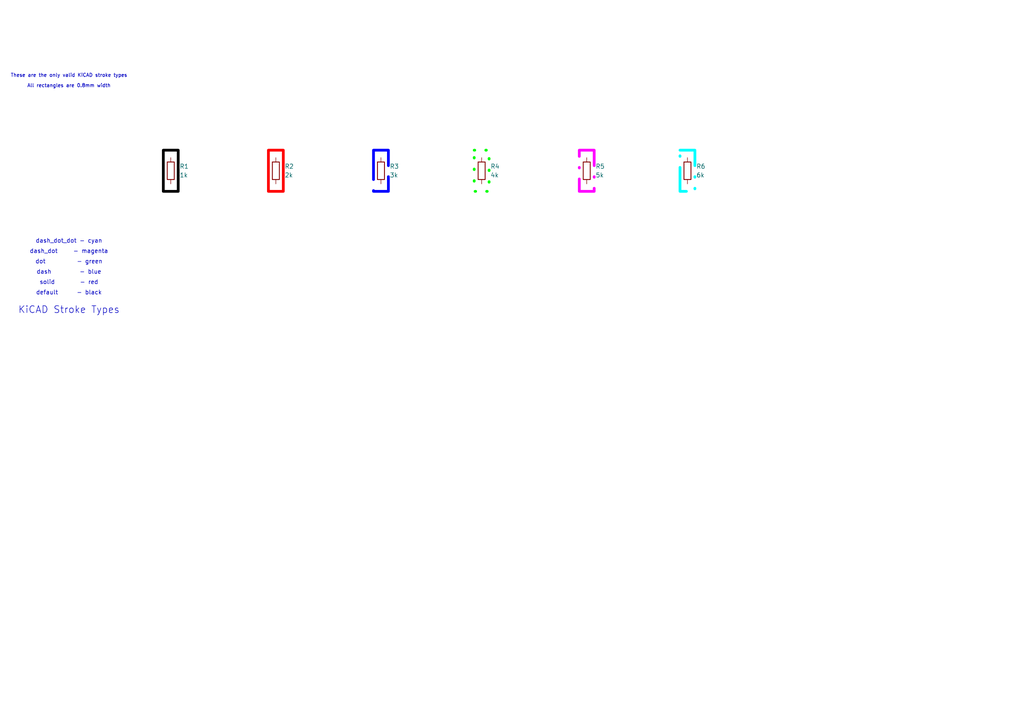
<source format=kicad_sch>
(kicad_sch (version 20250114) (generator "eeschema") (generator_version "9.0")
  (paper "A4")
  (title_block (title "All Stroke Types Test"))
  (lib_symbols
    (symbol "Device:R" (pin_numbers (hide yes)) (pin_names (offset 0))
      (property "Reference" "R" (at 2.032 0 90))
      (property "Value" "R" (at 0 0 90))
      (symbol "R_0_1"
        (rectangle (start -1.016 -2.54) (end 1.016 2.54) (stroke (width 0.254)))
      )
      (symbol "R_1_1"
        (pin passive line (at 0 3.81 270) (length 1.27) (name "~") (number "1"))
        (pin passive line (at 0 -3.81 90) (length 1.27) (name "~") (number "2"))
      )
    )
  )
  (symbol (lib_id "Device:R") (at 49.53 49.53 0) (unit 1)
    (property "Reference" "R1" (at 52.07 48.2599 0) (effects (justify left)))
    (property "Value" "1k" (at 52.07 50.7999 0) (effects (justify left)))
  )
  (symbol (lib_id "Device:R") (at 80.01 49.53 0) (unit 1)
    (property "Reference" "R2" (at 82.55 48.2599 0) (effects (justify left)))
    (property "Value" "2k" (at 82.55 50.7999 0) (effects (justify left)))
  )
  (symbol (lib_id "Device:R") (at 110.49 49.53 0) (unit 1)
    (property "Reference" "R3" (at 113.03 48.2599 0) (effects (justify left)))
    (property "Value" "3k" (at 113.03 50.7999 0) (effects (justify left)))
  )
  (symbol (lib_id "Device:R") (at 139.7 49.53 0) (unit 1)
    (property "Reference" "R4" (at 142.24 48.2599 0) (effects (justify left)))
    (property "Value" "4k" (at 142.24 50.7999 0) (effects (justify left)))
  )
  (symbol (lib_id "Device:R") (at 170.18 49.53 0) (unit 1)
    (property "Reference" "R5" (at 172.72 48.2599 0) (effects (justify left)))
    (property "Value" "5k" (at 172.72 50.7999 0) (effects (justify left)))
  )
  (symbol (lib_id "Device:R") (at 199.39 49.53 0) (unit 1)
    (property "Reference" "R6" (at 201.93 48.2599 0) (effects (justify left)))
    (property "Value" "6k" (at 201.93 50.7999 0) (effects (justify left)))
  )
  (text "KiCAD Stroke Types" (at 20 90 0.0000) (effects (font (size 2 2))))
  (text "default      - black" (at 20 85 0.0000) (effects (font (size 1.2 1.2))))
  (text "solid        - red" (at 20 82 0.0000) (effects (font (size 1.2 1.2))))
  (text "dash         - blue" (at 20 79 0.0000) (effects (font (size 1.2 1.2))))
  (text "dot          - green" (at 20 76 0.0000) (effects (font (size 1.2 1.2))))
  (text "dash_dot     - magenta" (at 20 73 0.0000) (effects (font (size 1.2 1.2))))
  (text "dash_dot_dot - cyan" (at 20 70 0.0000) (effects (font (size 1.2 1.2))))
  (text "All rectangles are 0.8mm width" (at 20 25 0.0000) (effects (font (size 1 1))))
  (text "These are the only valid KiCAD stroke types" (at 20 22 0.0000) (effects (font (size 1 1))))
  (rectangle (start 47.371 43.561) (end 51.689 55.499) (stroke (width 0.8) (color 0 0 0 1)))
  (rectangle (start 77.851 43.561) (end 82.169 55.499) (stroke (width 0.8) (color 255 0 0 1)))
  (rectangle (start 108.331 43.561) (end 112.649 55.499) (stroke (width 0.8) (type dash) (color 0 0 255 1)))
  (rectangle (start 137.541 43.561) (end 141.859 55.499) (stroke (width 0.8) (type dot) (color 0 255 0 1)))
  (rectangle (start 168.021 43.561) (end 172.339 55.499) (stroke (width 0.8) (type dash_dot) (color 255 0 255 1)))
  (rectangle (start 197.231 43.561) (end 201.549 55.499) (stroke (width 0.8) (type dash_dot_dot) (color 0 255 255 1)))
)
</source>
